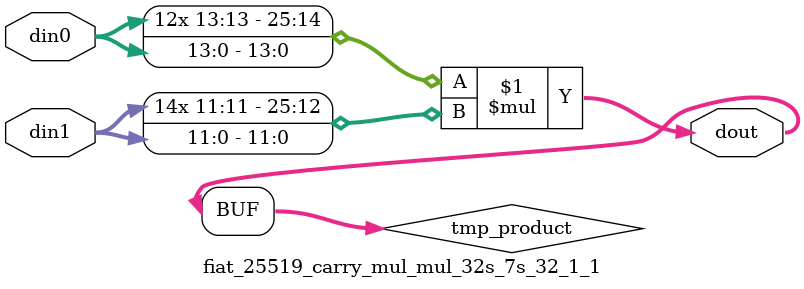
<source format=v>

`timescale 1 ns / 1 ps

  module fiat_25519_carry_mul_mul_32s_7s_32_1_1(din0, din1, dout);
parameter ID = 1;
parameter NUM_STAGE = 0;
parameter din0_WIDTH = 14;
parameter din1_WIDTH = 12;
parameter dout_WIDTH = 26;

input [din0_WIDTH - 1 : 0] din0; 
input [din1_WIDTH - 1 : 0] din1; 
output [dout_WIDTH - 1 : 0] dout;

wire signed [dout_WIDTH - 1 : 0] tmp_product;













assign tmp_product = $signed(din0) * $signed(din1);








assign dout = tmp_product;







endmodule

</source>
